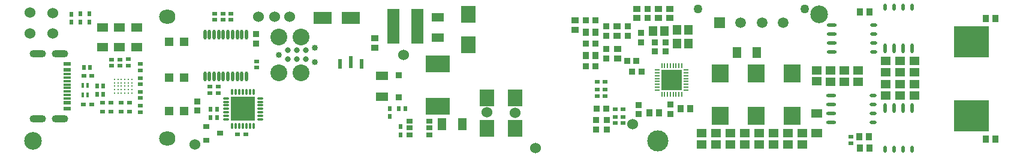
<source format=gbr>
%TF.GenerationSoftware,Altium Limited,Altium Designer,19.0.15 (446)*%
G04 Layer_Color=255*
%FSLAX26Y26*%
%MOIN*%
%TF.FileFunction,Pads,Top*%
%TF.Part,Single*%
G01*
G75*
%TA.AperFunction,ConnectorPad*%
%ADD10R,0.039370X0.023622*%
%ADD11R,0.039370X0.011811*%
%TA.AperFunction,SMDPad,CuDef*%
%ADD12R,0.037402X0.033465*%
%ADD13R,0.055118X0.051181*%
%ADD14R,0.070866X0.051181*%
%ADD15R,0.039370X0.035433*%
%ADD16R,0.064961X0.047244*%
%ADD17R,0.070866X0.196850*%
%ADD18R,0.023622X0.055118*%
%ADD19R,0.023622X0.070866*%
%ADD20R,0.098425X0.066929*%
%ADD21R,0.023622X0.029528*%
%TA.AperFunction,BGAPad,CuDef*%
%ADD22C,0.031496*%
%TA.AperFunction,SMDPad,CuDef*%
%ADD23R,0.084646X0.096457*%
%ADD24R,0.137795X0.092520*%
%ADD25O,0.017716X0.055118*%
%ADD26O,0.007874X0.027559*%
%ADD27O,0.027559X0.007874*%
%ADD28R,0.118110X0.118110*%
%TA.AperFunction,BGAPad,CuDef*%
%ADD29C,0.010236*%
%TA.AperFunction,SMDPad,CuDef*%
%ADD30R,0.037402X0.025591*%
%ADD31R,0.029528X0.023622*%
%ADD32R,0.025197X0.023622*%
%ADD33R,0.051181X0.055118*%
%ADD34O,0.055118X0.019685*%
%ADD35O,0.039370X0.019685*%
%ADD36R,0.035433X0.039370*%
%ADD37R,0.096457X0.100394*%
%ADD38R,0.033465X0.037402*%
%ADD39O,0.019685X0.055118*%
%ADD40O,0.019685X0.039370*%
%ADD41R,0.047244X0.064961*%
%ADD42R,0.196850X0.177165*%
%ADD43R,0.015748X0.027559*%
%ADD44R,0.035433X0.031496*%
%ADD45R,0.023622X0.025197*%
%ADD46R,0.047244X0.047244*%
%ADD47O,0.037402X0.011811*%
%ADD48O,0.011811X0.037402*%
%ADD49R,0.131890X0.131890*%
%ADD50R,0.051181X0.070866*%
%ADD51R,0.037402X0.035433*%
%TA.AperFunction,ComponentPad*%
G04:AMPARAMS|DCode=65|XSize=39.37mil|YSize=90.551mil|CornerRadius=19.685mil|HoleSize=0mil|Usage=FLASHONLY|Rotation=270.000|XOffset=0mil|YOffset=0mil|HoleType=Round|Shape=RoundedRectangle|*
%AMROUNDEDRECTD65*
21,1,0.039370,0.051181,0,0,270.0*
21,1,0.000000,0.090551,0,0,270.0*
1,1,0.039370,-0.025591,0.000000*
1,1,0.039370,-0.025591,0.000000*
1,1,0.039370,0.025591,0.000000*
1,1,0.039370,0.025591,0.000000*
%
%ADD65ROUNDEDRECTD65*%
%ADD66C,0.059843*%
%ADD67C,0.050000*%
%ADD68R,0.059843X0.059843*%
%TA.AperFunction,ViaPad*%
%ADD69C,0.060000*%
%ADD70C,0.098425*%
%TA.AperFunction,ComponentPad*%
%ADD71C,0.093504*%
%ADD72C,0.033465*%
%ADD73O,0.090551X0.078740*%
%ADD74C,0.060000*%
%ADD75C,0.118110*%
%ADD76C,0.018000*%
D10*
X663417Y906338D02*
D03*
Y874842D02*
D03*
Y689016D02*
D03*
Y657520D02*
D03*
D11*
Y850827D02*
D03*
Y831142D02*
D03*
Y811457D02*
D03*
Y791772D02*
D03*
Y772087D02*
D03*
Y752402D02*
D03*
Y732716D02*
D03*
Y713032D02*
D03*
D12*
X1388000Y696591D02*
D03*
Y645409D02*
D03*
X3661417Y937819D02*
D03*
Y989000D02*
D03*
X3931000Y975409D02*
D03*
Y1026591D02*
D03*
X4017046Y679591D02*
D03*
Y628409D02*
D03*
X3840575Y678591D02*
D03*
Y627409D02*
D03*
X3665731Y541760D02*
D03*
Y592941D02*
D03*
X3893000Y1214304D02*
D03*
Y1163123D02*
D03*
X3855000Y1079591D02*
D03*
Y1028409D02*
D03*
X3604282Y593181D02*
D03*
Y542000D02*
D03*
X3780000Y1116023D02*
D03*
Y1064842D02*
D03*
X3662561Y1064842D02*
D03*
Y1116023D02*
D03*
X3990000Y975409D02*
D03*
Y1026591D02*
D03*
X1716000Y1072591D02*
D03*
Y1021409D02*
D03*
D13*
X5213641Y793000D02*
D03*
Y730008D02*
D03*
X4832000Y809053D02*
D03*
Y872045D02*
D03*
X5373547Y730008D02*
D03*
Y793000D02*
D03*
X5293547Y730008D02*
D03*
Y793000D02*
D03*
X4986094Y808508D02*
D03*
Y871500D02*
D03*
X4909094Y808508D02*
D03*
Y871500D02*
D03*
X5213641Y924041D02*
D03*
Y861049D02*
D03*
X5293641Y924041D02*
D03*
Y861049D02*
D03*
X5373641Y924041D02*
D03*
Y861049D02*
D03*
X5063000Y808053D02*
D03*
Y871045D02*
D03*
X4752906Y458035D02*
D03*
Y521027D02*
D03*
X4672906Y458035D02*
D03*
Y521027D02*
D03*
X4592906Y458035D02*
D03*
Y521027D02*
D03*
X4512906Y458035D02*
D03*
Y521027D02*
D03*
X4432906Y458035D02*
D03*
Y521027D02*
D03*
X4352906Y458035D02*
D03*
Y521027D02*
D03*
X4272906Y458035D02*
D03*
Y521027D02*
D03*
X4192906Y458035D02*
D03*
Y521027D02*
D03*
D14*
X2726000Y1053913D02*
D03*
Y1168087D02*
D03*
X2416000Y839457D02*
D03*
Y725284D02*
D03*
D15*
X2374000Y997425D02*
D03*
Y1050575D02*
D03*
X3723384Y936425D02*
D03*
Y989575D02*
D03*
X3489000Y1096425D02*
D03*
Y1149575D02*
D03*
X3953000Y1162139D02*
D03*
Y1215288D02*
D03*
X4014000D02*
D03*
Y1162139D02*
D03*
X3833000D02*
D03*
Y1215288D02*
D03*
X3721000Y1064425D02*
D03*
Y1117575D02*
D03*
D16*
X1052000Y998882D02*
D03*
Y1109118D02*
D03*
X956000Y999882D02*
D03*
Y1110118D02*
D03*
X860000Y999882D02*
D03*
Y1110118D02*
D03*
X4833000Y520882D02*
D03*
Y631118D02*
D03*
D17*
X2479071Y1118000D02*
D03*
X2612929D02*
D03*
D18*
X2301055Y908134D02*
D03*
X2182945D02*
D03*
D19*
X2242000Y916008D02*
D03*
D20*
X2085260Y1163622D02*
D03*
X2242740D02*
D03*
D21*
X688000Y1140000D02*
D03*
Y1185276D02*
D03*
X789421Y1141724D02*
D03*
Y1187000D02*
D03*
X738000Y1186063D02*
D03*
Y1140787D02*
D03*
X2517000Y555638D02*
D03*
Y510362D02*
D03*
X2459000Y613221D02*
D03*
Y658496D02*
D03*
D22*
X1940000Y983000D02*
D03*
X1990000Y933000D02*
D03*
X1940000D02*
D03*
X1890000Y983000D02*
D03*
Y933000D02*
D03*
X1990000Y983000D02*
D03*
D23*
X2997780Y716567D02*
D03*
Y547276D02*
D03*
X3155260Y716291D02*
D03*
Y547000D02*
D03*
X2895000Y1184646D02*
D03*
Y1015354D02*
D03*
D24*
X2726189Y672016D02*
D03*
Y908236D02*
D03*
D25*
X1660905Y1070156D02*
D03*
X1635315D02*
D03*
X1609724D02*
D03*
X1584134D02*
D03*
X1558543D02*
D03*
X1532953D02*
D03*
X1507362D02*
D03*
X1481772D02*
D03*
X1456181D02*
D03*
X1430590D02*
D03*
X1660905Y837872D02*
D03*
X1635315D02*
D03*
X1609724D02*
D03*
X1584134D02*
D03*
X1558543D02*
D03*
X1532953D02*
D03*
X1507362D02*
D03*
X1481772D02*
D03*
X1456181D02*
D03*
X1430590D02*
D03*
D26*
X4080394Y896850D02*
D03*
X4064646D02*
D03*
X4048898D02*
D03*
X4033150D02*
D03*
X4017402D02*
D03*
X4001653D02*
D03*
X3985905D02*
D03*
X3970157D02*
D03*
Y737402D02*
D03*
X3985905D02*
D03*
X4001653D02*
D03*
X4017402D02*
D03*
X4033150D02*
D03*
X4048898D02*
D03*
X4064646D02*
D03*
X4080394D02*
D03*
D27*
X3945551Y872244D02*
D03*
Y856496D02*
D03*
Y840748D02*
D03*
Y825000D02*
D03*
Y809252D02*
D03*
Y793504D02*
D03*
Y777756D02*
D03*
Y762008D02*
D03*
X4105000D02*
D03*
Y777756D02*
D03*
Y793504D02*
D03*
Y809252D02*
D03*
Y825000D02*
D03*
Y840748D02*
D03*
Y856496D02*
D03*
Y872244D02*
D03*
D28*
X4025276Y817126D02*
D03*
D29*
X1025370Y743000D02*
D03*
X1005685D02*
D03*
X986000D02*
D03*
X966315D02*
D03*
X946630D02*
D03*
X926945D02*
D03*
X1025370Y762685D02*
D03*
X1005685D02*
D03*
X986000D02*
D03*
X966315D02*
D03*
X946630D02*
D03*
X926945D02*
D03*
X1025370Y782370D02*
D03*
X1005685D02*
D03*
X986000D02*
D03*
X966315D02*
D03*
X946630D02*
D03*
X926945D02*
D03*
X1025370Y802055D02*
D03*
X1005685D02*
D03*
X986000D02*
D03*
X966315D02*
D03*
X946630D02*
D03*
X926945D02*
D03*
X1025370Y821740D02*
D03*
X1005685D02*
D03*
X986000D02*
D03*
X966315D02*
D03*
X946630D02*
D03*
X926945D02*
D03*
D30*
X2677134Y588370D02*
D03*
Y549000D02*
D03*
Y509630D02*
D03*
X2568866D02*
D03*
Y549000D02*
D03*
Y588370D02*
D03*
D31*
X3610362Y808323D02*
D03*
X3655638D02*
D03*
X3710362Y653000D02*
D03*
X3755638D02*
D03*
X756724Y839678D02*
D03*
X802000D02*
D03*
X755945Y681678D02*
D03*
X801220D02*
D03*
X1611362Y514000D02*
D03*
X1656638D02*
D03*
X965567Y641016D02*
D03*
X1010842D02*
D03*
X965528Y691016D02*
D03*
X1010803D02*
D03*
X861945Y641016D02*
D03*
X907221D02*
D03*
X861945Y691016D02*
D03*
X907221D02*
D03*
D32*
X3610000Y763000D02*
D03*
Y728354D02*
D03*
X3754242Y610189D02*
D03*
Y575543D02*
D03*
X5021000Y500000D02*
D03*
Y465354D02*
D03*
X3712402Y610189D02*
D03*
Y575543D02*
D03*
X3655028Y763000D02*
D03*
Y728354D02*
D03*
X1718000Y885677D02*
D03*
Y920323D02*
D03*
X1072582Y793355D02*
D03*
Y828001D02*
D03*
X958582Y932001D02*
D03*
Y897355D02*
D03*
X1073000Y905811D02*
D03*
Y871165D02*
D03*
X1503748Y744731D02*
D03*
Y779376D02*
D03*
X1458748Y744731D02*
D03*
Y779376D02*
D03*
X1575472Y1187713D02*
D03*
Y1153068D02*
D03*
X1530472Y1187713D02*
D03*
Y1153068D02*
D03*
X1485472Y1187713D02*
D03*
Y1153068D02*
D03*
X1005685Y897677D02*
D03*
Y932323D02*
D03*
X911582Y897355D02*
D03*
Y932001D02*
D03*
X1072582Y750323D02*
D03*
Y715677D02*
D03*
Y672323D02*
D03*
Y637677D02*
D03*
D33*
X3983496Y1092000D02*
D03*
X3920504D02*
D03*
X4055504Y1096000D02*
D03*
X4118496D02*
D03*
X4055504Y1019000D02*
D03*
X4118496D02*
D03*
D34*
X4911795Y580000D02*
D03*
Y630000D02*
D03*
Y680000D02*
D03*
Y730000D02*
D03*
X4914795Y974000D02*
D03*
Y1024000D02*
D03*
Y1074000D02*
D03*
Y1124000D02*
D03*
D35*
X5144079Y730000D02*
D03*
Y680000D02*
D03*
Y630000D02*
D03*
Y580000D02*
D03*
X5147079Y1124000D02*
D03*
Y1074000D02*
D03*
Y1024000D02*
D03*
Y974000D02*
D03*
D36*
X5122575Y500000D02*
D03*
X5069425D02*
D03*
X4127575Y656575D02*
D03*
X4074425D02*
D03*
X3548425Y1085000D02*
D03*
X3601575D02*
D03*
X3548425Y954252D02*
D03*
X3601575D02*
D03*
X5070425Y437000D02*
D03*
X5123575D02*
D03*
X5071425Y1197000D02*
D03*
X5124575D02*
D03*
X5823575Y486000D02*
D03*
X5770425D02*
D03*
X5824575Y1162000D02*
D03*
X5771425D02*
D03*
X3954575Y633236D02*
D03*
X3901425D02*
D03*
D37*
X4496000Y855000D02*
D03*
Y616811D02*
D03*
X4296000Y855095D02*
D03*
Y616905D02*
D03*
X4696000D02*
D03*
Y855095D02*
D03*
D38*
X3549409Y892598D02*
D03*
X3600590D02*
D03*
X3549409Y1150000D02*
D03*
X3600590D02*
D03*
X3609140Y657000D02*
D03*
X3660321D02*
D03*
X3600394Y1019685D02*
D03*
X3549213D02*
D03*
X3827591Y925000D02*
D03*
X3776410D02*
D03*
X3856591Y863000D02*
D03*
X3805410D02*
D03*
D39*
X5213000Y661205D02*
D03*
X5263000D02*
D03*
X5313000D02*
D03*
X5363000D02*
D03*
X5362000Y992795D02*
D03*
X5312000D02*
D03*
X5262000D02*
D03*
X5212000D02*
D03*
D40*
X5363000Y428921D02*
D03*
X5313000D02*
D03*
X5263000D02*
D03*
X5213000D02*
D03*
X5212000Y1225079D02*
D03*
X5262000D02*
D03*
X5312000D02*
D03*
X5362000D02*
D03*
D41*
X4497631Y968928D02*
D03*
X4387395D02*
D03*
D42*
X5690000Y618307D02*
D03*
Y1031693D02*
D03*
D43*
X779362Y732678D02*
D03*
X751803D02*
D03*
X779362Y788103D02*
D03*
X751803D02*
D03*
D44*
X1515370Y519000D02*
D03*
X1436630Y481599D02*
D03*
Y556402D02*
D03*
D45*
X791370Y888000D02*
D03*
X756724D02*
D03*
X1462246Y652637D02*
D03*
X1496891D02*
D03*
X1462246Y607637D02*
D03*
X1496891D02*
D03*
X864905Y783678D02*
D03*
X830260D02*
D03*
X864905Y737340D02*
D03*
X830260D02*
D03*
X2508677Y657000D02*
D03*
X2543323D02*
D03*
D46*
X1315339Y830000D02*
D03*
X1232661D02*
D03*
X1315339Y645000D02*
D03*
X1232661D02*
D03*
X1315339Y1031000D02*
D03*
X1232661D02*
D03*
D47*
X1547512Y715055D02*
D03*
Y695370D02*
D03*
Y675685D02*
D03*
Y656000D02*
D03*
Y636315D02*
D03*
Y616630D02*
D03*
Y596945D02*
D03*
X1736488D02*
D03*
Y616630D02*
D03*
Y636315D02*
D03*
Y656000D02*
D03*
Y675685D02*
D03*
Y695370D02*
D03*
Y715055D02*
D03*
D48*
X1582945Y561512D02*
D03*
X1602630D02*
D03*
X1622315D02*
D03*
X1642000D02*
D03*
X1661685D02*
D03*
X1681370D02*
D03*
X1701055D02*
D03*
Y750488D02*
D03*
X1681370D02*
D03*
X1661685D02*
D03*
X1642000D02*
D03*
X1622315D02*
D03*
X1602630D02*
D03*
X1582945D02*
D03*
D49*
X1642000Y656000D02*
D03*
D50*
X2861087Y572000D02*
D03*
X2746913D02*
D03*
D51*
X2509000Y845322D02*
D03*
Y721307D02*
D03*
D65*
X626016Y965000D02*
D03*
X502000D02*
D03*
X626016Y598858D02*
D03*
X502000D02*
D03*
D66*
X4645221Y1138000D02*
D03*
X4527110D02*
D03*
X4409000D02*
D03*
D67*
X4763331Y1215165D02*
D03*
X4172780D02*
D03*
D68*
X4290890Y1138000D02*
D03*
D69*
X3808858Y569500D02*
D03*
X3267000Y438000D02*
D03*
X3155260Y634000D02*
D03*
X1375000Y458035D02*
D03*
X2997780Y635858D02*
D03*
D70*
X476000Y476000D02*
D03*
X4846000Y1183000D02*
D03*
D71*
X1840000Y858000D02*
D03*
X1965000D02*
D03*
Y1058000D02*
D03*
X1840000D02*
D03*
D72*
Y958000D02*
D03*
X2040000Y998000D02*
D03*
Y918000D02*
D03*
D73*
X1222819Y1170551D02*
D03*
Y489449D02*
D03*
D74*
X458000Y1077441D02*
D03*
Y1193000D02*
D03*
X584000Y1191964D02*
D03*
X2534000Y957000D02*
D03*
X584000Y1077441D02*
D03*
X1900000Y1172000D02*
D03*
X1817000D02*
D03*
X1729000D02*
D03*
D75*
X3947922Y477000D02*
D03*
D76*
X4068583Y860433D02*
D03*
Y773819D02*
D03*
X3981968Y860433D02*
D03*
Y773819D02*
D03*
X4025276Y860433D02*
D03*
X4068583Y817126D02*
D03*
X3981968D02*
D03*
X4025276Y774803D02*
D03*
%TF.MD5,84a524b4033a196b8d3d7c2528676f7e*%
M02*

</source>
